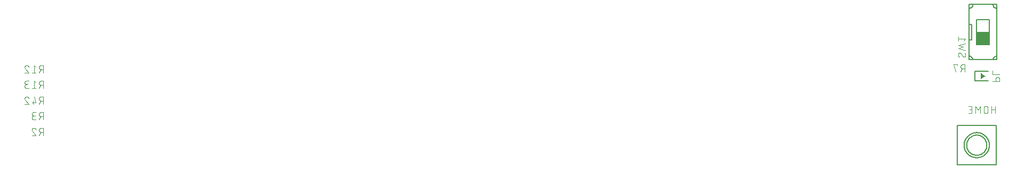
<source format=gbr>
G04 EAGLE Gerber RS-274X export*
G75*
%MOMM*%
%FSLAX34Y34*%
%LPD*%
%INSilkscreen Bottom*%
%IPPOS*%
%AMOC8*
5,1,8,0,0,1.08239X$1,22.5*%
G01*
%ADD10C,0.101600*%
%ADD11C,0.127000*%

G36*
X1630065Y229377D02*
X1630065Y229377D01*
X1630131Y229379D01*
X1630174Y229397D01*
X1630221Y229405D01*
X1630278Y229439D01*
X1630338Y229464D01*
X1630373Y229495D01*
X1630414Y229520D01*
X1630456Y229571D01*
X1630504Y229615D01*
X1630526Y229657D01*
X1630555Y229694D01*
X1630576Y229756D01*
X1630607Y229815D01*
X1630615Y229869D01*
X1630627Y229906D01*
X1630626Y229946D01*
X1630634Y230000D01*
X1630634Y250000D01*
X1630623Y250065D01*
X1630621Y250131D01*
X1630603Y250174D01*
X1630595Y250221D01*
X1630561Y250278D01*
X1630536Y250338D01*
X1630505Y250373D01*
X1630480Y250414D01*
X1630429Y250456D01*
X1630385Y250504D01*
X1630343Y250526D01*
X1630306Y250555D01*
X1630244Y250576D01*
X1630185Y250607D01*
X1630131Y250615D01*
X1630094Y250627D01*
X1630054Y250626D01*
X1630000Y250634D01*
X1610000Y250634D01*
X1609935Y250623D01*
X1609869Y250621D01*
X1609826Y250603D01*
X1609779Y250595D01*
X1609722Y250561D01*
X1609662Y250536D01*
X1609627Y250505D01*
X1609586Y250480D01*
X1609545Y250429D01*
X1609496Y250385D01*
X1609474Y250343D01*
X1609445Y250306D01*
X1609424Y250244D01*
X1609393Y250185D01*
X1609385Y250131D01*
X1609373Y250094D01*
X1609374Y250054D01*
X1609366Y250000D01*
X1609366Y230000D01*
X1609377Y229935D01*
X1609379Y229869D01*
X1609397Y229826D01*
X1609405Y229779D01*
X1609439Y229722D01*
X1609464Y229662D01*
X1609495Y229627D01*
X1609520Y229586D01*
X1609571Y229545D01*
X1609615Y229496D01*
X1609657Y229474D01*
X1609694Y229445D01*
X1609756Y229424D01*
X1609815Y229393D01*
X1609869Y229385D01*
X1609906Y229373D01*
X1609946Y229374D01*
X1610000Y229366D01*
X1630000Y229366D01*
X1630065Y229377D01*
G37*
G36*
X1617045Y175377D02*
X1617045Y175377D01*
X1617131Y175379D01*
X1617155Y175389D01*
X1617182Y175392D01*
X1617302Y175449D01*
X1617338Y175464D01*
X1617344Y175469D01*
X1617352Y175472D01*
X1623352Y179472D01*
X1623408Y179526D01*
X1623470Y179574D01*
X1623488Y179604D01*
X1623514Y179628D01*
X1623547Y179698D01*
X1623589Y179764D01*
X1623596Y179799D01*
X1623611Y179830D01*
X1623618Y179907D01*
X1623634Y179984D01*
X1623629Y180019D01*
X1623632Y180053D01*
X1623612Y180129D01*
X1623600Y180206D01*
X1623583Y180236D01*
X1623574Y180270D01*
X1623529Y180334D01*
X1623491Y180402D01*
X1623461Y180428D01*
X1623444Y180453D01*
X1623405Y180479D01*
X1623352Y180528D01*
X1617352Y184528D01*
X1617327Y184538D01*
X1617306Y184555D01*
X1617225Y184583D01*
X1617146Y184617D01*
X1617119Y184619D01*
X1617094Y184627D01*
X1617008Y184625D01*
X1616922Y184629D01*
X1616896Y184621D01*
X1616869Y184621D01*
X1616790Y184588D01*
X1616708Y184563D01*
X1616686Y184546D01*
X1616662Y184536D01*
X1616598Y184478D01*
X1616530Y184426D01*
X1616516Y184403D01*
X1616496Y184385D01*
X1616457Y184308D01*
X1616411Y184236D01*
X1616406Y184209D01*
X1616393Y184185D01*
X1616374Y184055D01*
X1616366Y184016D01*
X1616367Y184009D01*
X1616366Y184000D01*
X1616366Y176000D01*
X1616371Y175974D01*
X1616368Y175947D01*
X1616390Y175864D01*
X1616405Y175779D01*
X1616419Y175756D01*
X1616426Y175730D01*
X1616476Y175660D01*
X1616520Y175586D01*
X1616540Y175569D01*
X1616556Y175547D01*
X1616627Y175499D01*
X1616694Y175445D01*
X1616719Y175436D01*
X1616741Y175421D01*
X1616825Y175400D01*
X1616906Y175373D01*
X1616933Y175374D01*
X1616959Y175367D01*
X1617045Y175377D01*
G37*
D10*
X129492Y135508D02*
X129492Y147192D01*
X126246Y147192D01*
X126133Y147190D01*
X126020Y147184D01*
X125907Y147174D01*
X125794Y147160D01*
X125682Y147143D01*
X125571Y147121D01*
X125461Y147096D01*
X125351Y147066D01*
X125243Y147033D01*
X125136Y146996D01*
X125030Y146956D01*
X124926Y146911D01*
X124823Y146863D01*
X124722Y146812D01*
X124623Y146757D01*
X124526Y146699D01*
X124431Y146637D01*
X124338Y146572D01*
X124248Y146504D01*
X124160Y146433D01*
X124074Y146358D01*
X123991Y146281D01*
X123911Y146201D01*
X123834Y146118D01*
X123759Y146032D01*
X123688Y145944D01*
X123620Y145854D01*
X123555Y145761D01*
X123493Y145666D01*
X123435Y145569D01*
X123380Y145470D01*
X123329Y145369D01*
X123281Y145266D01*
X123236Y145162D01*
X123196Y145056D01*
X123159Y144949D01*
X123126Y144841D01*
X123096Y144731D01*
X123071Y144621D01*
X123049Y144510D01*
X123032Y144398D01*
X123018Y144285D01*
X123008Y144172D01*
X123002Y144059D01*
X123000Y143946D01*
X123002Y143833D01*
X123008Y143720D01*
X123018Y143607D01*
X123032Y143494D01*
X123049Y143382D01*
X123071Y143271D01*
X123096Y143161D01*
X123126Y143051D01*
X123159Y142943D01*
X123196Y142836D01*
X123236Y142730D01*
X123281Y142626D01*
X123329Y142523D01*
X123380Y142422D01*
X123435Y142323D01*
X123493Y142226D01*
X123555Y142131D01*
X123620Y142038D01*
X123688Y141948D01*
X123759Y141860D01*
X123834Y141774D01*
X123911Y141691D01*
X123991Y141611D01*
X124074Y141534D01*
X124160Y141459D01*
X124248Y141388D01*
X124338Y141320D01*
X124431Y141255D01*
X124526Y141193D01*
X124623Y141135D01*
X124722Y141080D01*
X124823Y141029D01*
X124926Y140981D01*
X125030Y140936D01*
X125136Y140896D01*
X125243Y140859D01*
X125351Y140826D01*
X125461Y140796D01*
X125571Y140771D01*
X125682Y140749D01*
X125794Y140732D01*
X125907Y140718D01*
X126020Y140708D01*
X126133Y140702D01*
X126246Y140700D01*
X126246Y140701D02*
X129492Y140701D01*
X125597Y140701D02*
X123001Y135508D01*
X118136Y138104D02*
X115539Y147192D01*
X118136Y138104D02*
X111645Y138104D01*
X113592Y140701D02*
X113592Y135508D01*
X103136Y147192D02*
X103029Y147190D01*
X102923Y147184D01*
X102817Y147174D01*
X102711Y147161D01*
X102605Y147143D01*
X102501Y147122D01*
X102397Y147097D01*
X102294Y147068D01*
X102193Y147036D01*
X102093Y146999D01*
X101994Y146959D01*
X101896Y146916D01*
X101800Y146869D01*
X101706Y146818D01*
X101614Y146764D01*
X101524Y146707D01*
X101436Y146647D01*
X101351Y146583D01*
X101268Y146516D01*
X101187Y146446D01*
X101109Y146374D01*
X101033Y146298D01*
X100961Y146220D01*
X100891Y146139D01*
X100824Y146056D01*
X100760Y145971D01*
X100700Y145883D01*
X100643Y145793D01*
X100589Y145701D01*
X100538Y145607D01*
X100491Y145511D01*
X100448Y145413D01*
X100408Y145314D01*
X100371Y145214D01*
X100339Y145113D01*
X100310Y145010D01*
X100285Y144906D01*
X100264Y144802D01*
X100246Y144696D01*
X100233Y144590D01*
X100223Y144484D01*
X100217Y144378D01*
X100215Y144271D01*
X103136Y147192D02*
X103257Y147190D01*
X103378Y147184D01*
X103498Y147174D01*
X103619Y147161D01*
X103738Y147143D01*
X103858Y147122D01*
X103976Y147097D01*
X104093Y147068D01*
X104210Y147035D01*
X104325Y146999D01*
X104439Y146958D01*
X104552Y146915D01*
X104664Y146867D01*
X104773Y146816D01*
X104881Y146761D01*
X104988Y146703D01*
X105092Y146642D01*
X105194Y146577D01*
X105294Y146509D01*
X105392Y146438D01*
X105488Y146364D01*
X105581Y146287D01*
X105671Y146206D01*
X105759Y146123D01*
X105844Y146037D01*
X105927Y145948D01*
X106006Y145857D01*
X106083Y145763D01*
X106156Y145667D01*
X106226Y145569D01*
X106293Y145468D01*
X106357Y145365D01*
X106418Y145260D01*
X106475Y145153D01*
X106528Y145045D01*
X106578Y144935D01*
X106624Y144823D01*
X106667Y144710D01*
X106706Y144595D01*
X101189Y141999D02*
X101110Y142077D01*
X101034Y142157D01*
X100961Y142240D01*
X100891Y142326D01*
X100824Y142413D01*
X100760Y142504D01*
X100700Y142596D01*
X100642Y142690D01*
X100588Y142787D01*
X100538Y142885D01*
X100491Y142985D01*
X100447Y143086D01*
X100407Y143189D01*
X100371Y143294D01*
X100339Y143399D01*
X100310Y143506D01*
X100285Y143613D01*
X100263Y143722D01*
X100246Y143831D01*
X100232Y143940D01*
X100223Y144050D01*
X100217Y144161D01*
X100215Y144271D01*
X101188Y141999D02*
X106706Y135508D01*
X100215Y135508D01*
X129492Y97192D02*
X129492Y85508D01*
X129492Y97192D02*
X126246Y97192D01*
X126133Y97190D01*
X126020Y97184D01*
X125907Y97174D01*
X125794Y97160D01*
X125682Y97143D01*
X125571Y97121D01*
X125461Y97096D01*
X125351Y97066D01*
X125243Y97033D01*
X125136Y96996D01*
X125030Y96956D01*
X124926Y96911D01*
X124823Y96863D01*
X124722Y96812D01*
X124623Y96757D01*
X124526Y96699D01*
X124431Y96637D01*
X124338Y96572D01*
X124248Y96504D01*
X124160Y96433D01*
X124074Y96358D01*
X123991Y96281D01*
X123911Y96201D01*
X123834Y96118D01*
X123759Y96032D01*
X123688Y95944D01*
X123620Y95854D01*
X123555Y95761D01*
X123493Y95666D01*
X123435Y95569D01*
X123380Y95470D01*
X123329Y95369D01*
X123281Y95266D01*
X123236Y95162D01*
X123196Y95056D01*
X123159Y94949D01*
X123126Y94841D01*
X123096Y94731D01*
X123071Y94621D01*
X123049Y94510D01*
X123032Y94398D01*
X123018Y94285D01*
X123008Y94172D01*
X123002Y94059D01*
X123000Y93946D01*
X123002Y93833D01*
X123008Y93720D01*
X123018Y93607D01*
X123032Y93494D01*
X123049Y93382D01*
X123071Y93271D01*
X123096Y93161D01*
X123126Y93051D01*
X123159Y92943D01*
X123196Y92836D01*
X123236Y92730D01*
X123281Y92626D01*
X123329Y92523D01*
X123380Y92422D01*
X123435Y92323D01*
X123493Y92226D01*
X123555Y92131D01*
X123620Y92038D01*
X123688Y91948D01*
X123759Y91860D01*
X123834Y91774D01*
X123911Y91691D01*
X123991Y91611D01*
X124074Y91534D01*
X124160Y91459D01*
X124248Y91388D01*
X124338Y91320D01*
X124431Y91255D01*
X124526Y91193D01*
X124623Y91135D01*
X124722Y91080D01*
X124823Y91029D01*
X124926Y90981D01*
X125030Y90936D01*
X125136Y90896D01*
X125243Y90859D01*
X125351Y90826D01*
X125461Y90796D01*
X125571Y90771D01*
X125682Y90749D01*
X125794Y90732D01*
X125907Y90718D01*
X126020Y90708D01*
X126133Y90702D01*
X126246Y90700D01*
X126246Y90701D02*
X129492Y90701D01*
X125597Y90701D02*
X123001Y85508D01*
X111645Y94271D02*
X111647Y94378D01*
X111653Y94484D01*
X111663Y94590D01*
X111676Y94696D01*
X111694Y94802D01*
X111715Y94906D01*
X111740Y95010D01*
X111769Y95113D01*
X111801Y95214D01*
X111838Y95314D01*
X111878Y95413D01*
X111921Y95511D01*
X111968Y95607D01*
X112019Y95701D01*
X112073Y95793D01*
X112130Y95883D01*
X112190Y95971D01*
X112254Y96056D01*
X112321Y96139D01*
X112391Y96220D01*
X112463Y96298D01*
X112539Y96374D01*
X112617Y96446D01*
X112698Y96516D01*
X112781Y96583D01*
X112866Y96647D01*
X112954Y96707D01*
X113044Y96764D01*
X113136Y96818D01*
X113230Y96869D01*
X113326Y96916D01*
X113424Y96959D01*
X113523Y96999D01*
X113623Y97036D01*
X113724Y97068D01*
X113827Y97097D01*
X113931Y97122D01*
X114035Y97143D01*
X114141Y97161D01*
X114247Y97174D01*
X114353Y97184D01*
X114459Y97190D01*
X114566Y97192D01*
X114687Y97190D01*
X114808Y97184D01*
X114928Y97174D01*
X115049Y97161D01*
X115168Y97143D01*
X115288Y97122D01*
X115406Y97097D01*
X115523Y97068D01*
X115640Y97035D01*
X115755Y96999D01*
X115869Y96958D01*
X115982Y96915D01*
X116094Y96867D01*
X116203Y96816D01*
X116311Y96761D01*
X116418Y96703D01*
X116522Y96642D01*
X116624Y96577D01*
X116724Y96509D01*
X116822Y96438D01*
X116918Y96364D01*
X117011Y96287D01*
X117101Y96206D01*
X117189Y96123D01*
X117274Y96037D01*
X117357Y95948D01*
X117436Y95857D01*
X117513Y95763D01*
X117586Y95667D01*
X117656Y95569D01*
X117723Y95468D01*
X117787Y95365D01*
X117848Y95260D01*
X117905Y95153D01*
X117958Y95045D01*
X118008Y94935D01*
X118054Y94823D01*
X118097Y94710D01*
X118136Y94595D01*
X112619Y91999D02*
X112540Y92077D01*
X112464Y92157D01*
X112391Y92240D01*
X112321Y92326D01*
X112254Y92413D01*
X112190Y92504D01*
X112130Y92596D01*
X112072Y92690D01*
X112018Y92787D01*
X111968Y92885D01*
X111921Y92985D01*
X111877Y93086D01*
X111837Y93189D01*
X111801Y93294D01*
X111769Y93399D01*
X111740Y93506D01*
X111715Y93613D01*
X111693Y93722D01*
X111676Y93831D01*
X111662Y93940D01*
X111653Y94050D01*
X111647Y94161D01*
X111645Y94271D01*
X112618Y91999D02*
X118136Y85508D01*
X111645Y85508D01*
X129492Y110508D02*
X129492Y122192D01*
X126246Y122192D01*
X126133Y122190D01*
X126020Y122184D01*
X125907Y122174D01*
X125794Y122160D01*
X125682Y122143D01*
X125571Y122121D01*
X125461Y122096D01*
X125351Y122066D01*
X125243Y122033D01*
X125136Y121996D01*
X125030Y121956D01*
X124926Y121911D01*
X124823Y121863D01*
X124722Y121812D01*
X124623Y121757D01*
X124526Y121699D01*
X124431Y121637D01*
X124338Y121572D01*
X124248Y121504D01*
X124160Y121433D01*
X124074Y121358D01*
X123991Y121281D01*
X123911Y121201D01*
X123834Y121118D01*
X123759Y121032D01*
X123688Y120944D01*
X123620Y120854D01*
X123555Y120761D01*
X123493Y120666D01*
X123435Y120569D01*
X123380Y120470D01*
X123329Y120369D01*
X123281Y120266D01*
X123236Y120162D01*
X123196Y120056D01*
X123159Y119949D01*
X123126Y119841D01*
X123096Y119731D01*
X123071Y119621D01*
X123049Y119510D01*
X123032Y119398D01*
X123018Y119285D01*
X123008Y119172D01*
X123002Y119059D01*
X123000Y118946D01*
X123002Y118833D01*
X123008Y118720D01*
X123018Y118607D01*
X123032Y118494D01*
X123049Y118382D01*
X123071Y118271D01*
X123096Y118161D01*
X123126Y118051D01*
X123159Y117943D01*
X123196Y117836D01*
X123236Y117730D01*
X123281Y117626D01*
X123329Y117523D01*
X123380Y117422D01*
X123435Y117323D01*
X123493Y117226D01*
X123555Y117131D01*
X123620Y117038D01*
X123688Y116948D01*
X123759Y116860D01*
X123834Y116774D01*
X123911Y116691D01*
X123991Y116611D01*
X124074Y116534D01*
X124160Y116459D01*
X124248Y116388D01*
X124338Y116320D01*
X124431Y116255D01*
X124526Y116193D01*
X124623Y116135D01*
X124722Y116080D01*
X124823Y116029D01*
X124926Y115981D01*
X125030Y115936D01*
X125136Y115896D01*
X125243Y115859D01*
X125351Y115826D01*
X125461Y115796D01*
X125571Y115771D01*
X125682Y115749D01*
X125794Y115732D01*
X125907Y115718D01*
X126020Y115708D01*
X126133Y115702D01*
X126246Y115700D01*
X126246Y115701D02*
X129492Y115701D01*
X125597Y115701D02*
X123001Y110508D01*
X118136Y110508D02*
X114890Y110508D01*
X114777Y110510D01*
X114664Y110516D01*
X114551Y110526D01*
X114438Y110540D01*
X114326Y110557D01*
X114215Y110579D01*
X114105Y110604D01*
X113995Y110634D01*
X113887Y110667D01*
X113780Y110704D01*
X113674Y110744D01*
X113570Y110789D01*
X113467Y110837D01*
X113366Y110888D01*
X113267Y110943D01*
X113170Y111001D01*
X113075Y111063D01*
X112982Y111128D01*
X112892Y111196D01*
X112804Y111267D01*
X112718Y111342D01*
X112635Y111419D01*
X112555Y111499D01*
X112478Y111582D01*
X112403Y111668D01*
X112332Y111756D01*
X112264Y111846D01*
X112199Y111939D01*
X112137Y112034D01*
X112079Y112131D01*
X112024Y112230D01*
X111973Y112331D01*
X111925Y112434D01*
X111880Y112538D01*
X111840Y112644D01*
X111803Y112751D01*
X111770Y112859D01*
X111740Y112969D01*
X111715Y113079D01*
X111693Y113190D01*
X111676Y113302D01*
X111662Y113415D01*
X111652Y113528D01*
X111646Y113641D01*
X111644Y113754D01*
X111646Y113867D01*
X111652Y113980D01*
X111662Y114093D01*
X111676Y114206D01*
X111693Y114318D01*
X111715Y114429D01*
X111740Y114539D01*
X111770Y114649D01*
X111803Y114757D01*
X111840Y114864D01*
X111880Y114970D01*
X111925Y115074D01*
X111973Y115177D01*
X112024Y115278D01*
X112079Y115377D01*
X112137Y115474D01*
X112199Y115569D01*
X112264Y115662D01*
X112332Y115752D01*
X112403Y115840D01*
X112478Y115926D01*
X112555Y116009D01*
X112635Y116089D01*
X112718Y116166D01*
X112804Y116241D01*
X112892Y116312D01*
X112982Y116380D01*
X113075Y116445D01*
X113170Y116507D01*
X113267Y116565D01*
X113366Y116620D01*
X113467Y116671D01*
X113570Y116719D01*
X113674Y116764D01*
X113780Y116804D01*
X113887Y116841D01*
X113995Y116874D01*
X114105Y116904D01*
X114215Y116929D01*
X114326Y116951D01*
X114438Y116968D01*
X114551Y116982D01*
X114664Y116992D01*
X114777Y116998D01*
X114890Y117000D01*
X114241Y122192D02*
X118136Y122192D01*
X114241Y122192D02*
X114140Y122190D01*
X114040Y122184D01*
X113940Y122174D01*
X113840Y122161D01*
X113741Y122143D01*
X113642Y122122D01*
X113545Y122097D01*
X113448Y122068D01*
X113353Y122035D01*
X113259Y121999D01*
X113167Y121959D01*
X113076Y121916D01*
X112987Y121869D01*
X112900Y121819D01*
X112814Y121765D01*
X112731Y121708D01*
X112651Y121648D01*
X112572Y121585D01*
X112496Y121518D01*
X112423Y121449D01*
X112353Y121377D01*
X112285Y121303D01*
X112220Y121226D01*
X112159Y121146D01*
X112100Y121064D01*
X112045Y120980D01*
X111993Y120894D01*
X111944Y120806D01*
X111899Y120716D01*
X111857Y120624D01*
X111819Y120531D01*
X111785Y120436D01*
X111754Y120341D01*
X111727Y120244D01*
X111704Y120146D01*
X111684Y120047D01*
X111669Y119947D01*
X111657Y119847D01*
X111649Y119747D01*
X111645Y119646D01*
X111645Y119546D01*
X111649Y119445D01*
X111657Y119345D01*
X111669Y119245D01*
X111684Y119145D01*
X111704Y119046D01*
X111727Y118948D01*
X111754Y118851D01*
X111785Y118756D01*
X111819Y118661D01*
X111857Y118568D01*
X111899Y118476D01*
X111944Y118386D01*
X111993Y118298D01*
X112045Y118212D01*
X112100Y118128D01*
X112159Y118046D01*
X112220Y117966D01*
X112285Y117889D01*
X112353Y117815D01*
X112423Y117743D01*
X112496Y117674D01*
X112572Y117607D01*
X112651Y117544D01*
X112731Y117484D01*
X112814Y117427D01*
X112900Y117373D01*
X112987Y117323D01*
X113076Y117276D01*
X113167Y117233D01*
X113259Y117193D01*
X113353Y117157D01*
X113448Y117124D01*
X113545Y117095D01*
X113642Y117070D01*
X113741Y117049D01*
X113840Y117031D01*
X113940Y117018D01*
X114040Y117008D01*
X114140Y117002D01*
X114241Y117000D01*
X114241Y116999D02*
X116837Y116999D01*
D11*
X1642000Y206000D02*
X1642000Y212000D01*
X1642000Y288000D01*
X1642000Y294000D01*
X1636000Y294000D01*
X1604000Y294000D01*
X1598000Y294000D01*
X1598000Y288000D01*
X1598000Y262000D01*
X1598000Y238000D01*
X1598000Y212000D01*
X1598000Y206000D01*
X1604000Y206000D01*
X1636000Y206000D01*
X1642000Y206000D01*
X1602000Y238000D02*
X1598000Y238000D01*
X1602000Y238000D02*
X1602000Y262000D01*
X1598000Y262000D01*
X1598000Y212000D02*
X1598152Y211998D01*
X1598304Y211992D01*
X1598456Y211983D01*
X1598607Y211969D01*
X1598758Y211952D01*
X1598909Y211931D01*
X1599059Y211906D01*
X1599208Y211877D01*
X1599356Y211845D01*
X1599504Y211808D01*
X1599651Y211769D01*
X1599796Y211725D01*
X1599941Y211677D01*
X1600084Y211627D01*
X1600226Y211572D01*
X1600366Y211514D01*
X1600505Y211452D01*
X1600642Y211387D01*
X1600778Y211318D01*
X1600912Y211246D01*
X1601044Y211171D01*
X1601174Y211092D01*
X1601302Y211010D01*
X1601428Y210925D01*
X1601551Y210836D01*
X1601673Y210745D01*
X1601792Y210650D01*
X1601908Y210553D01*
X1602022Y210452D01*
X1602134Y210349D01*
X1602243Y210243D01*
X1602349Y210134D01*
X1602452Y210022D01*
X1602553Y209908D01*
X1602650Y209792D01*
X1602745Y209673D01*
X1602836Y209551D01*
X1602925Y209428D01*
X1603010Y209302D01*
X1603092Y209174D01*
X1603171Y209044D01*
X1603246Y208912D01*
X1603318Y208778D01*
X1603387Y208642D01*
X1603452Y208505D01*
X1603514Y208366D01*
X1603572Y208226D01*
X1603627Y208084D01*
X1603677Y207941D01*
X1603725Y207796D01*
X1603769Y207651D01*
X1603808Y207504D01*
X1603845Y207356D01*
X1603877Y207208D01*
X1603906Y207059D01*
X1603931Y206909D01*
X1603952Y206758D01*
X1603969Y206607D01*
X1603983Y206456D01*
X1603992Y206304D01*
X1603998Y206152D01*
X1604000Y206000D01*
X1636000Y206000D02*
X1636002Y206152D01*
X1636008Y206304D01*
X1636017Y206456D01*
X1636031Y206607D01*
X1636048Y206758D01*
X1636069Y206909D01*
X1636094Y207059D01*
X1636123Y207208D01*
X1636155Y207356D01*
X1636192Y207504D01*
X1636231Y207651D01*
X1636275Y207796D01*
X1636323Y207941D01*
X1636373Y208084D01*
X1636428Y208226D01*
X1636486Y208366D01*
X1636548Y208505D01*
X1636613Y208642D01*
X1636682Y208778D01*
X1636754Y208912D01*
X1636829Y209044D01*
X1636908Y209174D01*
X1636990Y209302D01*
X1637075Y209428D01*
X1637164Y209551D01*
X1637255Y209673D01*
X1637350Y209792D01*
X1637447Y209908D01*
X1637548Y210022D01*
X1637651Y210134D01*
X1637757Y210243D01*
X1637866Y210349D01*
X1637978Y210452D01*
X1638092Y210553D01*
X1638208Y210650D01*
X1638327Y210745D01*
X1638449Y210836D01*
X1638572Y210925D01*
X1638698Y211010D01*
X1638826Y211092D01*
X1638956Y211171D01*
X1639088Y211246D01*
X1639222Y211318D01*
X1639358Y211387D01*
X1639495Y211452D01*
X1639634Y211514D01*
X1639774Y211572D01*
X1639916Y211627D01*
X1640059Y211677D01*
X1640204Y211725D01*
X1640349Y211769D01*
X1640496Y211808D01*
X1640644Y211845D01*
X1640792Y211877D01*
X1640941Y211906D01*
X1641091Y211931D01*
X1641242Y211952D01*
X1641393Y211969D01*
X1641544Y211983D01*
X1641696Y211992D01*
X1641848Y211998D01*
X1642000Y212000D01*
X1598000Y288000D02*
X1598152Y288002D01*
X1598304Y288008D01*
X1598456Y288017D01*
X1598607Y288031D01*
X1598758Y288048D01*
X1598909Y288069D01*
X1599059Y288094D01*
X1599208Y288123D01*
X1599356Y288155D01*
X1599504Y288192D01*
X1599651Y288231D01*
X1599796Y288275D01*
X1599941Y288323D01*
X1600084Y288373D01*
X1600226Y288428D01*
X1600366Y288486D01*
X1600505Y288548D01*
X1600642Y288613D01*
X1600778Y288682D01*
X1600912Y288754D01*
X1601044Y288829D01*
X1601174Y288908D01*
X1601302Y288990D01*
X1601428Y289075D01*
X1601551Y289164D01*
X1601673Y289255D01*
X1601792Y289350D01*
X1601908Y289447D01*
X1602022Y289548D01*
X1602134Y289651D01*
X1602243Y289757D01*
X1602349Y289866D01*
X1602452Y289978D01*
X1602553Y290092D01*
X1602650Y290208D01*
X1602745Y290327D01*
X1602836Y290449D01*
X1602925Y290572D01*
X1603010Y290698D01*
X1603092Y290826D01*
X1603171Y290956D01*
X1603246Y291088D01*
X1603318Y291222D01*
X1603387Y291358D01*
X1603452Y291495D01*
X1603514Y291634D01*
X1603572Y291774D01*
X1603627Y291916D01*
X1603677Y292059D01*
X1603725Y292204D01*
X1603769Y292349D01*
X1603808Y292496D01*
X1603845Y292644D01*
X1603877Y292792D01*
X1603906Y292941D01*
X1603931Y293091D01*
X1603952Y293242D01*
X1603969Y293393D01*
X1603983Y293544D01*
X1603992Y293696D01*
X1603998Y293848D01*
X1604000Y294000D01*
X1636000Y294000D02*
X1636002Y293848D01*
X1636008Y293696D01*
X1636017Y293544D01*
X1636031Y293393D01*
X1636048Y293242D01*
X1636069Y293091D01*
X1636094Y292941D01*
X1636123Y292792D01*
X1636155Y292644D01*
X1636192Y292496D01*
X1636231Y292349D01*
X1636275Y292204D01*
X1636323Y292059D01*
X1636373Y291916D01*
X1636428Y291774D01*
X1636486Y291634D01*
X1636548Y291495D01*
X1636613Y291358D01*
X1636682Y291222D01*
X1636754Y291088D01*
X1636829Y290956D01*
X1636908Y290826D01*
X1636990Y290698D01*
X1637075Y290572D01*
X1637164Y290449D01*
X1637255Y290327D01*
X1637350Y290208D01*
X1637447Y290092D01*
X1637548Y289978D01*
X1637651Y289866D01*
X1637757Y289757D01*
X1637866Y289651D01*
X1637978Y289548D01*
X1638092Y289447D01*
X1638208Y289350D01*
X1638327Y289255D01*
X1638449Y289164D01*
X1638572Y289075D01*
X1638698Y288990D01*
X1638826Y288908D01*
X1638956Y288829D01*
X1639088Y288754D01*
X1639222Y288682D01*
X1639358Y288613D01*
X1639495Y288548D01*
X1639634Y288486D01*
X1639774Y288428D01*
X1639916Y288373D01*
X1640059Y288323D01*
X1640204Y288275D01*
X1640349Y288231D01*
X1640496Y288192D01*
X1640644Y288155D01*
X1640792Y288123D01*
X1640941Y288094D01*
X1641091Y288069D01*
X1641242Y288048D01*
X1641393Y288031D01*
X1641544Y288017D01*
X1641696Y288008D01*
X1641848Y288002D01*
X1642000Y288000D01*
X1630000Y230000D02*
X1610000Y230000D01*
X1610000Y270000D01*
X1630000Y270000D01*
X1630000Y230000D01*
D10*
X1583104Y216999D02*
X1583005Y216997D01*
X1582905Y216991D01*
X1582806Y216982D01*
X1582708Y216969D01*
X1582610Y216952D01*
X1582512Y216931D01*
X1582416Y216906D01*
X1582321Y216878D01*
X1582227Y216846D01*
X1582134Y216811D01*
X1582042Y216772D01*
X1581952Y216729D01*
X1581864Y216684D01*
X1581777Y216634D01*
X1581693Y216582D01*
X1581610Y216526D01*
X1581530Y216468D01*
X1581452Y216406D01*
X1581377Y216341D01*
X1581304Y216273D01*
X1581234Y216203D01*
X1581166Y216130D01*
X1581101Y216055D01*
X1581039Y215977D01*
X1580981Y215897D01*
X1580925Y215814D01*
X1580873Y215730D01*
X1580823Y215643D01*
X1580778Y215555D01*
X1580735Y215465D01*
X1580696Y215373D01*
X1580661Y215280D01*
X1580629Y215186D01*
X1580601Y215091D01*
X1580576Y214995D01*
X1580555Y214897D01*
X1580538Y214799D01*
X1580525Y214701D01*
X1580516Y214602D01*
X1580510Y214502D01*
X1580508Y214403D01*
X1580510Y214259D01*
X1580516Y214114D01*
X1580525Y213970D01*
X1580538Y213827D01*
X1580555Y213683D01*
X1580576Y213540D01*
X1580601Y213398D01*
X1580629Y213257D01*
X1580661Y213116D01*
X1580697Y212976D01*
X1580736Y212837D01*
X1580779Y212699D01*
X1580826Y212563D01*
X1580876Y212427D01*
X1580930Y212293D01*
X1580987Y212161D01*
X1581048Y212030D01*
X1581112Y211901D01*
X1581180Y211773D01*
X1581250Y211647D01*
X1581325Y211523D01*
X1581402Y211402D01*
X1581483Y211282D01*
X1581566Y211164D01*
X1581653Y211049D01*
X1581743Y210936D01*
X1581836Y210825D01*
X1581931Y210717D01*
X1582030Y210611D01*
X1582131Y210508D01*
X1589596Y210833D02*
X1589695Y210835D01*
X1589795Y210841D01*
X1589894Y210850D01*
X1589992Y210863D01*
X1590090Y210880D01*
X1590188Y210901D01*
X1590284Y210926D01*
X1590379Y210954D01*
X1590473Y210986D01*
X1590566Y211021D01*
X1590658Y211060D01*
X1590748Y211103D01*
X1590836Y211148D01*
X1590923Y211198D01*
X1591007Y211250D01*
X1591090Y211306D01*
X1591170Y211364D01*
X1591248Y211426D01*
X1591323Y211491D01*
X1591396Y211559D01*
X1591466Y211629D01*
X1591534Y211702D01*
X1591599Y211777D01*
X1591661Y211855D01*
X1591719Y211935D01*
X1591775Y212018D01*
X1591827Y212102D01*
X1591877Y212189D01*
X1591922Y212277D01*
X1591965Y212367D01*
X1592004Y212459D01*
X1592039Y212552D01*
X1592071Y212646D01*
X1592099Y212741D01*
X1592124Y212838D01*
X1592145Y212935D01*
X1592162Y213033D01*
X1592175Y213131D01*
X1592184Y213230D01*
X1592190Y213330D01*
X1592192Y213429D01*
X1592190Y213565D01*
X1592184Y213701D01*
X1592175Y213837D01*
X1592162Y213973D01*
X1592144Y214108D01*
X1592124Y214242D01*
X1592099Y214376D01*
X1592071Y214510D01*
X1592038Y214642D01*
X1592003Y214773D01*
X1591963Y214904D01*
X1591920Y215033D01*
X1591874Y215161D01*
X1591823Y215287D01*
X1591770Y215413D01*
X1591712Y215536D01*
X1591652Y215658D01*
X1591588Y215778D01*
X1591520Y215897D01*
X1591450Y216013D01*
X1591376Y216127D01*
X1591299Y216240D01*
X1591218Y216350D01*
X1587324Y212131D02*
X1587377Y212045D01*
X1587434Y211961D01*
X1587493Y211879D01*
X1587556Y211799D01*
X1587622Y211722D01*
X1587690Y211647D01*
X1587762Y211575D01*
X1587836Y211506D01*
X1587913Y211440D01*
X1587992Y211377D01*
X1588074Y211317D01*
X1588158Y211260D01*
X1588244Y211206D01*
X1588332Y211156D01*
X1588422Y211109D01*
X1588513Y211065D01*
X1588607Y211026D01*
X1588701Y210989D01*
X1588797Y210957D01*
X1588895Y210928D01*
X1588993Y210903D01*
X1589092Y210882D01*
X1589192Y210864D01*
X1589292Y210851D01*
X1589393Y210841D01*
X1589495Y210835D01*
X1589596Y210833D01*
X1585376Y215701D02*
X1585323Y215787D01*
X1585266Y215871D01*
X1585207Y215953D01*
X1585144Y216033D01*
X1585078Y216110D01*
X1585010Y216185D01*
X1584938Y216257D01*
X1584864Y216326D01*
X1584787Y216392D01*
X1584708Y216455D01*
X1584626Y216515D01*
X1584542Y216572D01*
X1584456Y216626D01*
X1584368Y216676D01*
X1584278Y216723D01*
X1584187Y216767D01*
X1584093Y216806D01*
X1583999Y216843D01*
X1583903Y216875D01*
X1583805Y216904D01*
X1583707Y216929D01*
X1583608Y216950D01*
X1583508Y216968D01*
X1583408Y216981D01*
X1583307Y216991D01*
X1583205Y216997D01*
X1583104Y216999D01*
X1585376Y215701D02*
X1587324Y212131D01*
X1592192Y221134D02*
X1580508Y223730D01*
X1588297Y226327D01*
X1580508Y228923D01*
X1592192Y231519D01*
X1589596Y236035D02*
X1592192Y239281D01*
X1580508Y239281D01*
X1580508Y242526D02*
X1580508Y236035D01*
D11*
X1606901Y172301D02*
X1628000Y172301D01*
X1606901Y172301D02*
X1606901Y187699D01*
X1628000Y187699D01*
D10*
X1634557Y171762D02*
X1646241Y171762D01*
X1646241Y175008D01*
X1646239Y175121D01*
X1646233Y175234D01*
X1646223Y175347D01*
X1646209Y175460D01*
X1646192Y175572D01*
X1646170Y175683D01*
X1646145Y175793D01*
X1646115Y175903D01*
X1646082Y176011D01*
X1646045Y176118D01*
X1646005Y176224D01*
X1645960Y176328D01*
X1645912Y176431D01*
X1645861Y176532D01*
X1645806Y176631D01*
X1645748Y176728D01*
X1645686Y176823D01*
X1645621Y176916D01*
X1645553Y177006D01*
X1645482Y177094D01*
X1645407Y177180D01*
X1645330Y177263D01*
X1645250Y177343D01*
X1645167Y177420D01*
X1645081Y177495D01*
X1644993Y177566D01*
X1644903Y177634D01*
X1644810Y177699D01*
X1644715Y177761D01*
X1644618Y177819D01*
X1644519Y177874D01*
X1644418Y177925D01*
X1644315Y177973D01*
X1644211Y178018D01*
X1644105Y178058D01*
X1643998Y178095D01*
X1643890Y178128D01*
X1643780Y178158D01*
X1643670Y178183D01*
X1643559Y178205D01*
X1643447Y178222D01*
X1643334Y178236D01*
X1643221Y178246D01*
X1643108Y178252D01*
X1642995Y178254D01*
X1642882Y178252D01*
X1642769Y178246D01*
X1642656Y178236D01*
X1642543Y178222D01*
X1642431Y178205D01*
X1642320Y178183D01*
X1642210Y178158D01*
X1642100Y178128D01*
X1641992Y178095D01*
X1641885Y178058D01*
X1641779Y178018D01*
X1641675Y177973D01*
X1641572Y177925D01*
X1641471Y177874D01*
X1641372Y177819D01*
X1641275Y177761D01*
X1641180Y177699D01*
X1641087Y177634D01*
X1640997Y177566D01*
X1640909Y177495D01*
X1640823Y177420D01*
X1640740Y177343D01*
X1640660Y177263D01*
X1640583Y177180D01*
X1640508Y177094D01*
X1640437Y177006D01*
X1640369Y176916D01*
X1640304Y176823D01*
X1640242Y176728D01*
X1640184Y176631D01*
X1640129Y176532D01*
X1640078Y176431D01*
X1640030Y176328D01*
X1639985Y176224D01*
X1639945Y176118D01*
X1639908Y176011D01*
X1639875Y175903D01*
X1639845Y175793D01*
X1639820Y175683D01*
X1639798Y175572D01*
X1639781Y175460D01*
X1639767Y175347D01*
X1639757Y175234D01*
X1639751Y175121D01*
X1639749Y175008D01*
X1639750Y175008D02*
X1639750Y171762D01*
X1634557Y183045D02*
X1646241Y183045D01*
X1634557Y183045D02*
X1634557Y188238D01*
X1590842Y186858D02*
X1590842Y198542D01*
X1587596Y198542D01*
X1587483Y198540D01*
X1587370Y198534D01*
X1587257Y198524D01*
X1587144Y198510D01*
X1587032Y198493D01*
X1586921Y198471D01*
X1586811Y198446D01*
X1586701Y198416D01*
X1586593Y198383D01*
X1586486Y198346D01*
X1586380Y198306D01*
X1586276Y198261D01*
X1586173Y198213D01*
X1586072Y198162D01*
X1585973Y198107D01*
X1585876Y198049D01*
X1585781Y197987D01*
X1585688Y197922D01*
X1585598Y197854D01*
X1585510Y197783D01*
X1585424Y197708D01*
X1585341Y197631D01*
X1585261Y197551D01*
X1585184Y197468D01*
X1585109Y197382D01*
X1585038Y197294D01*
X1584970Y197204D01*
X1584905Y197111D01*
X1584843Y197016D01*
X1584785Y196919D01*
X1584730Y196820D01*
X1584679Y196719D01*
X1584631Y196616D01*
X1584586Y196512D01*
X1584546Y196406D01*
X1584509Y196299D01*
X1584476Y196191D01*
X1584446Y196081D01*
X1584421Y195971D01*
X1584399Y195860D01*
X1584382Y195748D01*
X1584368Y195635D01*
X1584358Y195522D01*
X1584352Y195409D01*
X1584350Y195296D01*
X1584352Y195183D01*
X1584358Y195070D01*
X1584368Y194957D01*
X1584382Y194844D01*
X1584399Y194732D01*
X1584421Y194621D01*
X1584446Y194511D01*
X1584476Y194401D01*
X1584509Y194293D01*
X1584546Y194186D01*
X1584586Y194080D01*
X1584631Y193976D01*
X1584679Y193873D01*
X1584730Y193772D01*
X1584785Y193673D01*
X1584843Y193576D01*
X1584905Y193481D01*
X1584970Y193388D01*
X1585038Y193298D01*
X1585109Y193210D01*
X1585184Y193124D01*
X1585261Y193041D01*
X1585341Y192961D01*
X1585424Y192884D01*
X1585510Y192809D01*
X1585598Y192738D01*
X1585688Y192670D01*
X1585781Y192605D01*
X1585876Y192543D01*
X1585973Y192485D01*
X1586072Y192430D01*
X1586173Y192379D01*
X1586276Y192331D01*
X1586380Y192286D01*
X1586486Y192246D01*
X1586593Y192209D01*
X1586701Y192176D01*
X1586811Y192146D01*
X1586921Y192121D01*
X1587032Y192099D01*
X1587144Y192082D01*
X1587257Y192068D01*
X1587370Y192058D01*
X1587483Y192052D01*
X1587596Y192050D01*
X1587596Y192051D02*
X1590842Y192051D01*
X1586947Y192051D02*
X1584351Y186858D01*
X1579486Y197244D02*
X1579486Y198542D01*
X1572995Y198542D01*
X1576240Y186858D01*
D11*
X1641000Y101000D02*
X1641000Y39000D01*
X1579000Y39000D01*
X1579000Y101000D01*
X1641000Y101000D01*
X1590000Y70000D02*
X1590006Y70491D01*
X1590024Y70981D01*
X1590054Y71471D01*
X1590096Y71960D01*
X1590150Y72448D01*
X1590216Y72935D01*
X1590294Y73419D01*
X1590384Y73902D01*
X1590486Y74382D01*
X1590599Y74860D01*
X1590724Y75334D01*
X1590861Y75806D01*
X1591009Y76274D01*
X1591169Y76738D01*
X1591340Y77198D01*
X1591522Y77654D01*
X1591716Y78105D01*
X1591920Y78551D01*
X1592136Y78992D01*
X1592362Y79428D01*
X1592598Y79858D01*
X1592845Y80282D01*
X1593103Y80700D01*
X1593371Y81111D01*
X1593648Y81516D01*
X1593936Y81914D01*
X1594233Y82305D01*
X1594540Y82688D01*
X1594856Y83063D01*
X1595181Y83431D01*
X1595515Y83791D01*
X1595858Y84142D01*
X1596209Y84485D01*
X1596569Y84819D01*
X1596937Y85144D01*
X1597312Y85460D01*
X1597695Y85767D01*
X1598086Y86064D01*
X1598484Y86352D01*
X1598889Y86629D01*
X1599300Y86897D01*
X1599718Y87155D01*
X1600142Y87402D01*
X1600572Y87638D01*
X1601008Y87864D01*
X1601449Y88080D01*
X1601895Y88284D01*
X1602346Y88478D01*
X1602802Y88660D01*
X1603262Y88831D01*
X1603726Y88991D01*
X1604194Y89139D01*
X1604666Y89276D01*
X1605140Y89401D01*
X1605618Y89514D01*
X1606098Y89616D01*
X1606581Y89706D01*
X1607065Y89784D01*
X1607552Y89850D01*
X1608040Y89904D01*
X1608529Y89946D01*
X1609019Y89976D01*
X1609509Y89994D01*
X1610000Y90000D01*
X1610491Y89994D01*
X1610981Y89976D01*
X1611471Y89946D01*
X1611960Y89904D01*
X1612448Y89850D01*
X1612935Y89784D01*
X1613419Y89706D01*
X1613902Y89616D01*
X1614382Y89514D01*
X1614860Y89401D01*
X1615334Y89276D01*
X1615806Y89139D01*
X1616274Y88991D01*
X1616738Y88831D01*
X1617198Y88660D01*
X1617654Y88478D01*
X1618105Y88284D01*
X1618551Y88080D01*
X1618992Y87864D01*
X1619428Y87638D01*
X1619858Y87402D01*
X1620282Y87155D01*
X1620700Y86897D01*
X1621111Y86629D01*
X1621516Y86352D01*
X1621914Y86064D01*
X1622305Y85767D01*
X1622688Y85460D01*
X1623063Y85144D01*
X1623431Y84819D01*
X1623791Y84485D01*
X1624142Y84142D01*
X1624485Y83791D01*
X1624819Y83431D01*
X1625144Y83063D01*
X1625460Y82688D01*
X1625767Y82305D01*
X1626064Y81914D01*
X1626352Y81516D01*
X1626629Y81111D01*
X1626897Y80700D01*
X1627155Y80282D01*
X1627402Y79858D01*
X1627638Y79428D01*
X1627864Y78992D01*
X1628080Y78551D01*
X1628284Y78105D01*
X1628478Y77654D01*
X1628660Y77198D01*
X1628831Y76738D01*
X1628991Y76274D01*
X1629139Y75806D01*
X1629276Y75334D01*
X1629401Y74860D01*
X1629514Y74382D01*
X1629616Y73902D01*
X1629706Y73419D01*
X1629784Y72935D01*
X1629850Y72448D01*
X1629904Y71960D01*
X1629946Y71471D01*
X1629976Y70981D01*
X1629994Y70491D01*
X1630000Y70000D01*
X1629994Y69509D01*
X1629976Y69019D01*
X1629946Y68529D01*
X1629904Y68040D01*
X1629850Y67552D01*
X1629784Y67065D01*
X1629706Y66581D01*
X1629616Y66098D01*
X1629514Y65618D01*
X1629401Y65140D01*
X1629276Y64666D01*
X1629139Y64194D01*
X1628991Y63726D01*
X1628831Y63262D01*
X1628660Y62802D01*
X1628478Y62346D01*
X1628284Y61895D01*
X1628080Y61449D01*
X1627864Y61008D01*
X1627638Y60572D01*
X1627402Y60142D01*
X1627155Y59718D01*
X1626897Y59300D01*
X1626629Y58889D01*
X1626352Y58484D01*
X1626064Y58086D01*
X1625767Y57695D01*
X1625460Y57312D01*
X1625144Y56937D01*
X1624819Y56569D01*
X1624485Y56209D01*
X1624142Y55858D01*
X1623791Y55515D01*
X1623431Y55181D01*
X1623063Y54856D01*
X1622688Y54540D01*
X1622305Y54233D01*
X1621914Y53936D01*
X1621516Y53648D01*
X1621111Y53371D01*
X1620700Y53103D01*
X1620282Y52845D01*
X1619858Y52598D01*
X1619428Y52362D01*
X1618992Y52136D01*
X1618551Y51920D01*
X1618105Y51716D01*
X1617654Y51522D01*
X1617198Y51340D01*
X1616738Y51169D01*
X1616274Y51009D01*
X1615806Y50861D01*
X1615334Y50724D01*
X1614860Y50599D01*
X1614382Y50486D01*
X1613902Y50384D01*
X1613419Y50294D01*
X1612935Y50216D01*
X1612448Y50150D01*
X1611960Y50096D01*
X1611471Y50054D01*
X1610981Y50024D01*
X1610491Y50006D01*
X1610000Y50000D01*
X1609509Y50006D01*
X1609019Y50024D01*
X1608529Y50054D01*
X1608040Y50096D01*
X1607552Y50150D01*
X1607065Y50216D01*
X1606581Y50294D01*
X1606098Y50384D01*
X1605618Y50486D01*
X1605140Y50599D01*
X1604666Y50724D01*
X1604194Y50861D01*
X1603726Y51009D01*
X1603262Y51169D01*
X1602802Y51340D01*
X1602346Y51522D01*
X1601895Y51716D01*
X1601449Y51920D01*
X1601008Y52136D01*
X1600572Y52362D01*
X1600142Y52598D01*
X1599718Y52845D01*
X1599300Y53103D01*
X1598889Y53371D01*
X1598484Y53648D01*
X1598086Y53936D01*
X1597695Y54233D01*
X1597312Y54540D01*
X1596937Y54856D01*
X1596569Y55181D01*
X1596209Y55515D01*
X1595858Y55858D01*
X1595515Y56209D01*
X1595181Y56569D01*
X1594856Y56937D01*
X1594540Y57312D01*
X1594233Y57695D01*
X1593936Y58086D01*
X1593648Y58484D01*
X1593371Y58889D01*
X1593103Y59300D01*
X1592845Y59718D01*
X1592598Y60142D01*
X1592362Y60572D01*
X1592136Y61008D01*
X1591920Y61449D01*
X1591716Y61895D01*
X1591522Y62346D01*
X1591340Y62802D01*
X1591169Y63262D01*
X1591009Y63726D01*
X1590861Y64194D01*
X1590724Y64666D01*
X1590599Y65140D01*
X1590486Y65618D01*
X1590384Y66098D01*
X1590294Y66581D01*
X1590216Y67065D01*
X1590150Y67552D01*
X1590096Y68040D01*
X1590054Y68529D01*
X1590024Y69019D01*
X1590006Y69509D01*
X1590000Y70000D01*
X1594000Y70000D02*
X1594005Y70393D01*
X1594019Y70785D01*
X1594043Y71177D01*
X1594077Y71568D01*
X1594120Y71959D01*
X1594173Y72348D01*
X1594236Y72735D01*
X1594307Y73121D01*
X1594389Y73506D01*
X1594479Y73888D01*
X1594580Y74267D01*
X1594689Y74645D01*
X1594808Y75019D01*
X1594935Y75390D01*
X1595072Y75758D01*
X1595218Y76123D01*
X1595373Y76484D01*
X1595536Y76841D01*
X1595708Y77194D01*
X1595889Y77542D01*
X1596079Y77886D01*
X1596276Y78226D01*
X1596482Y78560D01*
X1596696Y78889D01*
X1596919Y79213D01*
X1597149Y79531D01*
X1597386Y79844D01*
X1597632Y80150D01*
X1597885Y80451D01*
X1598145Y80745D01*
X1598412Y81033D01*
X1598686Y81314D01*
X1598967Y81588D01*
X1599255Y81855D01*
X1599549Y82115D01*
X1599850Y82368D01*
X1600156Y82614D01*
X1600469Y82851D01*
X1600787Y83081D01*
X1601111Y83304D01*
X1601440Y83518D01*
X1601774Y83724D01*
X1602114Y83921D01*
X1602458Y84111D01*
X1602806Y84292D01*
X1603159Y84464D01*
X1603516Y84627D01*
X1603877Y84782D01*
X1604242Y84928D01*
X1604610Y85065D01*
X1604981Y85192D01*
X1605355Y85311D01*
X1605733Y85420D01*
X1606112Y85521D01*
X1606494Y85611D01*
X1606879Y85693D01*
X1607265Y85764D01*
X1607652Y85827D01*
X1608041Y85880D01*
X1608432Y85923D01*
X1608823Y85957D01*
X1609215Y85981D01*
X1609607Y85995D01*
X1610000Y86000D01*
X1610393Y85995D01*
X1610785Y85981D01*
X1611177Y85957D01*
X1611568Y85923D01*
X1611959Y85880D01*
X1612348Y85827D01*
X1612735Y85764D01*
X1613121Y85693D01*
X1613506Y85611D01*
X1613888Y85521D01*
X1614267Y85420D01*
X1614645Y85311D01*
X1615019Y85192D01*
X1615390Y85065D01*
X1615758Y84928D01*
X1616123Y84782D01*
X1616484Y84627D01*
X1616841Y84464D01*
X1617194Y84292D01*
X1617542Y84111D01*
X1617886Y83921D01*
X1618226Y83724D01*
X1618560Y83518D01*
X1618889Y83304D01*
X1619213Y83081D01*
X1619531Y82851D01*
X1619844Y82614D01*
X1620150Y82368D01*
X1620451Y82115D01*
X1620745Y81855D01*
X1621033Y81588D01*
X1621314Y81314D01*
X1621588Y81033D01*
X1621855Y80745D01*
X1622115Y80451D01*
X1622368Y80150D01*
X1622614Y79844D01*
X1622851Y79531D01*
X1623081Y79213D01*
X1623304Y78889D01*
X1623518Y78560D01*
X1623724Y78226D01*
X1623921Y77886D01*
X1624111Y77542D01*
X1624292Y77194D01*
X1624464Y76841D01*
X1624627Y76484D01*
X1624782Y76123D01*
X1624928Y75758D01*
X1625065Y75390D01*
X1625192Y75019D01*
X1625311Y74645D01*
X1625420Y74267D01*
X1625521Y73888D01*
X1625611Y73506D01*
X1625693Y73121D01*
X1625764Y72735D01*
X1625827Y72348D01*
X1625880Y71959D01*
X1625923Y71568D01*
X1625957Y71177D01*
X1625981Y70785D01*
X1625995Y70393D01*
X1626000Y70000D01*
X1625995Y69607D01*
X1625981Y69215D01*
X1625957Y68823D01*
X1625923Y68432D01*
X1625880Y68041D01*
X1625827Y67652D01*
X1625764Y67265D01*
X1625693Y66879D01*
X1625611Y66494D01*
X1625521Y66112D01*
X1625420Y65733D01*
X1625311Y65355D01*
X1625192Y64981D01*
X1625065Y64610D01*
X1624928Y64242D01*
X1624782Y63877D01*
X1624627Y63516D01*
X1624464Y63159D01*
X1624292Y62806D01*
X1624111Y62458D01*
X1623921Y62114D01*
X1623724Y61774D01*
X1623518Y61440D01*
X1623304Y61111D01*
X1623081Y60787D01*
X1622851Y60469D01*
X1622614Y60156D01*
X1622368Y59850D01*
X1622115Y59549D01*
X1621855Y59255D01*
X1621588Y58967D01*
X1621314Y58686D01*
X1621033Y58412D01*
X1620745Y58145D01*
X1620451Y57885D01*
X1620150Y57632D01*
X1619844Y57386D01*
X1619531Y57149D01*
X1619213Y56919D01*
X1618889Y56696D01*
X1618560Y56482D01*
X1618226Y56276D01*
X1617886Y56079D01*
X1617542Y55889D01*
X1617194Y55708D01*
X1616841Y55536D01*
X1616484Y55373D01*
X1616123Y55218D01*
X1615758Y55072D01*
X1615390Y54935D01*
X1615019Y54808D01*
X1614645Y54689D01*
X1614267Y54580D01*
X1613888Y54479D01*
X1613506Y54389D01*
X1613121Y54307D01*
X1612735Y54236D01*
X1612348Y54173D01*
X1611959Y54120D01*
X1611568Y54077D01*
X1611177Y54043D01*
X1610785Y54019D01*
X1610393Y54005D01*
X1610000Y54000D01*
X1609607Y54005D01*
X1609215Y54019D01*
X1608823Y54043D01*
X1608432Y54077D01*
X1608041Y54120D01*
X1607652Y54173D01*
X1607265Y54236D01*
X1606879Y54307D01*
X1606494Y54389D01*
X1606112Y54479D01*
X1605733Y54580D01*
X1605355Y54689D01*
X1604981Y54808D01*
X1604610Y54935D01*
X1604242Y55072D01*
X1603877Y55218D01*
X1603516Y55373D01*
X1603159Y55536D01*
X1602806Y55708D01*
X1602458Y55889D01*
X1602114Y56079D01*
X1601774Y56276D01*
X1601440Y56482D01*
X1601111Y56696D01*
X1600787Y56919D01*
X1600469Y57149D01*
X1600156Y57386D01*
X1599850Y57632D01*
X1599549Y57885D01*
X1599255Y58145D01*
X1598967Y58412D01*
X1598686Y58686D01*
X1598412Y58967D01*
X1598145Y59255D01*
X1597885Y59549D01*
X1597632Y59850D01*
X1597386Y60156D01*
X1597149Y60469D01*
X1596919Y60787D01*
X1596696Y61111D01*
X1596482Y61440D01*
X1596276Y61774D01*
X1596079Y62114D01*
X1595889Y62458D01*
X1595708Y62806D01*
X1595536Y63159D01*
X1595373Y63516D01*
X1595218Y63877D01*
X1595072Y64242D01*
X1594935Y64610D01*
X1594808Y64981D01*
X1594689Y65355D01*
X1594580Y65733D01*
X1594479Y66112D01*
X1594389Y66494D01*
X1594307Y66879D01*
X1594236Y67265D01*
X1594173Y67652D01*
X1594120Y68041D01*
X1594077Y68432D01*
X1594043Y68823D01*
X1594019Y69215D01*
X1594005Y69607D01*
X1594000Y70000D01*
D10*
X1639492Y120508D02*
X1639492Y132192D01*
X1639492Y126999D02*
X1633001Y126999D01*
X1633001Y132192D02*
X1633001Y120508D01*
X1627681Y123754D02*
X1627681Y128946D01*
X1627679Y129059D01*
X1627673Y129172D01*
X1627663Y129285D01*
X1627649Y129398D01*
X1627632Y129510D01*
X1627610Y129621D01*
X1627585Y129731D01*
X1627555Y129841D01*
X1627522Y129949D01*
X1627485Y130056D01*
X1627445Y130162D01*
X1627400Y130266D01*
X1627352Y130369D01*
X1627301Y130470D01*
X1627246Y130569D01*
X1627188Y130666D01*
X1627126Y130761D01*
X1627061Y130854D01*
X1626993Y130944D01*
X1626922Y131032D01*
X1626847Y131118D01*
X1626770Y131201D01*
X1626690Y131281D01*
X1626607Y131358D01*
X1626521Y131433D01*
X1626433Y131504D01*
X1626343Y131572D01*
X1626250Y131637D01*
X1626155Y131699D01*
X1626058Y131757D01*
X1625959Y131812D01*
X1625858Y131863D01*
X1625755Y131911D01*
X1625651Y131956D01*
X1625545Y131996D01*
X1625438Y132033D01*
X1625330Y132066D01*
X1625220Y132096D01*
X1625110Y132121D01*
X1624999Y132143D01*
X1624887Y132160D01*
X1624774Y132174D01*
X1624661Y132184D01*
X1624548Y132190D01*
X1624435Y132192D01*
X1624322Y132190D01*
X1624209Y132184D01*
X1624096Y132174D01*
X1623983Y132160D01*
X1623871Y132143D01*
X1623760Y132121D01*
X1623650Y132096D01*
X1623540Y132066D01*
X1623432Y132033D01*
X1623325Y131996D01*
X1623219Y131956D01*
X1623115Y131911D01*
X1623012Y131863D01*
X1622911Y131812D01*
X1622812Y131757D01*
X1622715Y131699D01*
X1622620Y131637D01*
X1622527Y131572D01*
X1622437Y131504D01*
X1622349Y131433D01*
X1622263Y131358D01*
X1622180Y131281D01*
X1622100Y131201D01*
X1622023Y131118D01*
X1621948Y131032D01*
X1621877Y130944D01*
X1621809Y130854D01*
X1621744Y130761D01*
X1621682Y130666D01*
X1621624Y130569D01*
X1621569Y130470D01*
X1621518Y130369D01*
X1621470Y130266D01*
X1621425Y130162D01*
X1621385Y130056D01*
X1621348Y129949D01*
X1621315Y129841D01*
X1621285Y129731D01*
X1621260Y129621D01*
X1621238Y129510D01*
X1621221Y129398D01*
X1621207Y129285D01*
X1621197Y129172D01*
X1621191Y129059D01*
X1621189Y128946D01*
X1621190Y128946D02*
X1621190Y123754D01*
X1621189Y123754D02*
X1621191Y123641D01*
X1621197Y123528D01*
X1621207Y123415D01*
X1621221Y123302D01*
X1621238Y123190D01*
X1621260Y123079D01*
X1621285Y122969D01*
X1621315Y122859D01*
X1621348Y122751D01*
X1621385Y122644D01*
X1621425Y122538D01*
X1621470Y122434D01*
X1621518Y122331D01*
X1621569Y122230D01*
X1621624Y122131D01*
X1621682Y122034D01*
X1621744Y121939D01*
X1621809Y121846D01*
X1621877Y121756D01*
X1621948Y121668D01*
X1622023Y121582D01*
X1622100Y121499D01*
X1622180Y121419D01*
X1622263Y121342D01*
X1622349Y121267D01*
X1622437Y121196D01*
X1622527Y121128D01*
X1622620Y121063D01*
X1622715Y121001D01*
X1622812Y120943D01*
X1622911Y120888D01*
X1623012Y120837D01*
X1623115Y120789D01*
X1623219Y120744D01*
X1623325Y120704D01*
X1623432Y120667D01*
X1623540Y120634D01*
X1623650Y120604D01*
X1623760Y120579D01*
X1623871Y120557D01*
X1623983Y120540D01*
X1624096Y120526D01*
X1624209Y120516D01*
X1624322Y120510D01*
X1624435Y120508D01*
X1624548Y120510D01*
X1624661Y120516D01*
X1624774Y120526D01*
X1624887Y120540D01*
X1624999Y120557D01*
X1625110Y120579D01*
X1625220Y120604D01*
X1625330Y120634D01*
X1625438Y120667D01*
X1625545Y120704D01*
X1625651Y120744D01*
X1625755Y120789D01*
X1625858Y120837D01*
X1625959Y120888D01*
X1626058Y120943D01*
X1626155Y121001D01*
X1626250Y121063D01*
X1626343Y121128D01*
X1626433Y121196D01*
X1626521Y121267D01*
X1626607Y121342D01*
X1626690Y121419D01*
X1626770Y121499D01*
X1626847Y121582D01*
X1626922Y121668D01*
X1626993Y121756D01*
X1627061Y121846D01*
X1627126Y121939D01*
X1627188Y122034D01*
X1627246Y122131D01*
X1627301Y122230D01*
X1627352Y122331D01*
X1627400Y122434D01*
X1627445Y122538D01*
X1627485Y122644D01*
X1627522Y122751D01*
X1627555Y122859D01*
X1627585Y122969D01*
X1627610Y123079D01*
X1627632Y123190D01*
X1627649Y123302D01*
X1627663Y123415D01*
X1627673Y123528D01*
X1627679Y123641D01*
X1627681Y123754D01*
X1615757Y120508D02*
X1615757Y132192D01*
X1611863Y125701D01*
X1607968Y132192D01*
X1607968Y120508D01*
X1602131Y120508D02*
X1596939Y120508D01*
X1602131Y120508D02*
X1602131Y132192D01*
X1596939Y132192D01*
X1598237Y126999D02*
X1602131Y126999D01*
X129492Y185508D02*
X129492Y197192D01*
X126246Y197192D01*
X126133Y197190D01*
X126020Y197184D01*
X125907Y197174D01*
X125794Y197160D01*
X125682Y197143D01*
X125571Y197121D01*
X125461Y197096D01*
X125351Y197066D01*
X125243Y197033D01*
X125136Y196996D01*
X125030Y196956D01*
X124926Y196911D01*
X124823Y196863D01*
X124722Y196812D01*
X124623Y196757D01*
X124526Y196699D01*
X124431Y196637D01*
X124338Y196572D01*
X124248Y196504D01*
X124160Y196433D01*
X124074Y196358D01*
X123991Y196281D01*
X123911Y196201D01*
X123834Y196118D01*
X123759Y196032D01*
X123688Y195944D01*
X123620Y195854D01*
X123555Y195761D01*
X123493Y195666D01*
X123435Y195569D01*
X123380Y195470D01*
X123329Y195369D01*
X123281Y195266D01*
X123236Y195162D01*
X123196Y195056D01*
X123159Y194949D01*
X123126Y194841D01*
X123096Y194731D01*
X123071Y194621D01*
X123049Y194510D01*
X123032Y194398D01*
X123018Y194285D01*
X123008Y194172D01*
X123002Y194059D01*
X123000Y193946D01*
X123002Y193833D01*
X123008Y193720D01*
X123018Y193607D01*
X123032Y193494D01*
X123049Y193382D01*
X123071Y193271D01*
X123096Y193161D01*
X123126Y193051D01*
X123159Y192943D01*
X123196Y192836D01*
X123236Y192730D01*
X123281Y192626D01*
X123329Y192523D01*
X123380Y192422D01*
X123435Y192323D01*
X123493Y192226D01*
X123555Y192131D01*
X123620Y192038D01*
X123688Y191948D01*
X123759Y191860D01*
X123834Y191774D01*
X123911Y191691D01*
X123991Y191611D01*
X124074Y191534D01*
X124160Y191459D01*
X124248Y191388D01*
X124338Y191320D01*
X124431Y191255D01*
X124526Y191193D01*
X124623Y191135D01*
X124722Y191080D01*
X124823Y191029D01*
X124926Y190981D01*
X125030Y190936D01*
X125136Y190896D01*
X125243Y190859D01*
X125351Y190826D01*
X125461Y190796D01*
X125571Y190771D01*
X125682Y190749D01*
X125794Y190732D01*
X125907Y190718D01*
X126020Y190708D01*
X126133Y190702D01*
X126246Y190700D01*
X126246Y190701D02*
X129492Y190701D01*
X125597Y190701D02*
X123001Y185508D01*
X118136Y194596D02*
X114890Y197192D01*
X114890Y185508D01*
X111645Y185508D02*
X118136Y185508D01*
X103136Y197192D02*
X103029Y197190D01*
X102923Y197184D01*
X102817Y197174D01*
X102711Y197161D01*
X102605Y197143D01*
X102501Y197122D01*
X102397Y197097D01*
X102294Y197068D01*
X102193Y197036D01*
X102093Y196999D01*
X101994Y196959D01*
X101896Y196916D01*
X101800Y196869D01*
X101706Y196818D01*
X101614Y196764D01*
X101524Y196707D01*
X101436Y196647D01*
X101351Y196583D01*
X101268Y196516D01*
X101187Y196446D01*
X101109Y196374D01*
X101033Y196298D01*
X100961Y196220D01*
X100891Y196139D01*
X100824Y196056D01*
X100760Y195971D01*
X100700Y195883D01*
X100643Y195793D01*
X100589Y195701D01*
X100538Y195607D01*
X100491Y195511D01*
X100448Y195413D01*
X100408Y195314D01*
X100371Y195214D01*
X100339Y195113D01*
X100310Y195010D01*
X100285Y194906D01*
X100264Y194802D01*
X100246Y194696D01*
X100233Y194590D01*
X100223Y194484D01*
X100217Y194378D01*
X100215Y194271D01*
X103136Y197192D02*
X103257Y197190D01*
X103378Y197184D01*
X103498Y197174D01*
X103619Y197161D01*
X103738Y197143D01*
X103858Y197122D01*
X103976Y197097D01*
X104093Y197068D01*
X104210Y197035D01*
X104325Y196999D01*
X104439Y196958D01*
X104552Y196915D01*
X104664Y196867D01*
X104773Y196816D01*
X104881Y196761D01*
X104988Y196703D01*
X105092Y196642D01*
X105194Y196577D01*
X105294Y196509D01*
X105392Y196438D01*
X105488Y196364D01*
X105581Y196287D01*
X105671Y196206D01*
X105759Y196123D01*
X105844Y196037D01*
X105927Y195948D01*
X106006Y195857D01*
X106083Y195763D01*
X106156Y195667D01*
X106226Y195569D01*
X106293Y195468D01*
X106357Y195365D01*
X106418Y195260D01*
X106475Y195153D01*
X106528Y195045D01*
X106578Y194935D01*
X106624Y194823D01*
X106667Y194710D01*
X106706Y194595D01*
X101189Y191999D02*
X101110Y192077D01*
X101034Y192157D01*
X100961Y192240D01*
X100891Y192326D01*
X100824Y192413D01*
X100760Y192504D01*
X100700Y192596D01*
X100642Y192690D01*
X100588Y192787D01*
X100538Y192885D01*
X100491Y192985D01*
X100447Y193086D01*
X100407Y193189D01*
X100371Y193294D01*
X100339Y193399D01*
X100310Y193506D01*
X100285Y193613D01*
X100263Y193722D01*
X100246Y193831D01*
X100232Y193940D01*
X100223Y194050D01*
X100217Y194161D01*
X100215Y194271D01*
X101188Y191999D02*
X106706Y185508D01*
X100215Y185508D01*
X129492Y172192D02*
X129492Y160508D01*
X129492Y172192D02*
X126246Y172192D01*
X126133Y172190D01*
X126020Y172184D01*
X125907Y172174D01*
X125794Y172160D01*
X125682Y172143D01*
X125571Y172121D01*
X125461Y172096D01*
X125351Y172066D01*
X125243Y172033D01*
X125136Y171996D01*
X125030Y171956D01*
X124926Y171911D01*
X124823Y171863D01*
X124722Y171812D01*
X124623Y171757D01*
X124526Y171699D01*
X124431Y171637D01*
X124338Y171572D01*
X124248Y171504D01*
X124160Y171433D01*
X124074Y171358D01*
X123991Y171281D01*
X123911Y171201D01*
X123834Y171118D01*
X123759Y171032D01*
X123688Y170944D01*
X123620Y170854D01*
X123555Y170761D01*
X123493Y170666D01*
X123435Y170569D01*
X123380Y170470D01*
X123329Y170369D01*
X123281Y170266D01*
X123236Y170162D01*
X123196Y170056D01*
X123159Y169949D01*
X123126Y169841D01*
X123096Y169731D01*
X123071Y169621D01*
X123049Y169510D01*
X123032Y169398D01*
X123018Y169285D01*
X123008Y169172D01*
X123002Y169059D01*
X123000Y168946D01*
X123002Y168833D01*
X123008Y168720D01*
X123018Y168607D01*
X123032Y168494D01*
X123049Y168382D01*
X123071Y168271D01*
X123096Y168161D01*
X123126Y168051D01*
X123159Y167943D01*
X123196Y167836D01*
X123236Y167730D01*
X123281Y167626D01*
X123329Y167523D01*
X123380Y167422D01*
X123435Y167323D01*
X123493Y167226D01*
X123555Y167131D01*
X123620Y167038D01*
X123688Y166948D01*
X123759Y166860D01*
X123834Y166774D01*
X123911Y166691D01*
X123991Y166611D01*
X124074Y166534D01*
X124160Y166459D01*
X124248Y166388D01*
X124338Y166320D01*
X124431Y166255D01*
X124526Y166193D01*
X124623Y166135D01*
X124722Y166080D01*
X124823Y166029D01*
X124926Y165981D01*
X125030Y165936D01*
X125136Y165896D01*
X125243Y165859D01*
X125351Y165826D01*
X125461Y165796D01*
X125571Y165771D01*
X125682Y165749D01*
X125794Y165732D01*
X125907Y165718D01*
X126020Y165708D01*
X126133Y165702D01*
X126246Y165700D01*
X126246Y165701D02*
X129492Y165701D01*
X125597Y165701D02*
X123001Y160508D01*
X118136Y169596D02*
X114890Y172192D01*
X114890Y160508D01*
X111645Y160508D02*
X118136Y160508D01*
X106706Y160508D02*
X103460Y160508D01*
X103347Y160510D01*
X103234Y160516D01*
X103121Y160526D01*
X103008Y160540D01*
X102896Y160557D01*
X102785Y160579D01*
X102675Y160604D01*
X102565Y160634D01*
X102457Y160667D01*
X102350Y160704D01*
X102244Y160744D01*
X102140Y160789D01*
X102037Y160837D01*
X101936Y160888D01*
X101837Y160943D01*
X101740Y161001D01*
X101645Y161063D01*
X101552Y161128D01*
X101462Y161196D01*
X101374Y161267D01*
X101288Y161342D01*
X101205Y161419D01*
X101125Y161499D01*
X101048Y161582D01*
X100973Y161668D01*
X100902Y161756D01*
X100834Y161846D01*
X100769Y161939D01*
X100707Y162034D01*
X100649Y162131D01*
X100594Y162230D01*
X100543Y162331D01*
X100495Y162434D01*
X100450Y162538D01*
X100410Y162644D01*
X100373Y162751D01*
X100340Y162859D01*
X100310Y162969D01*
X100285Y163079D01*
X100263Y163190D01*
X100246Y163302D01*
X100232Y163415D01*
X100222Y163528D01*
X100216Y163641D01*
X100214Y163754D01*
X100216Y163867D01*
X100222Y163980D01*
X100232Y164093D01*
X100246Y164206D01*
X100263Y164318D01*
X100285Y164429D01*
X100310Y164539D01*
X100340Y164649D01*
X100373Y164757D01*
X100410Y164864D01*
X100450Y164970D01*
X100495Y165074D01*
X100543Y165177D01*
X100594Y165278D01*
X100649Y165377D01*
X100707Y165474D01*
X100769Y165569D01*
X100834Y165662D01*
X100902Y165752D01*
X100973Y165840D01*
X101048Y165926D01*
X101125Y166009D01*
X101205Y166089D01*
X101288Y166166D01*
X101374Y166241D01*
X101462Y166312D01*
X101552Y166380D01*
X101645Y166445D01*
X101740Y166507D01*
X101837Y166565D01*
X101936Y166620D01*
X102037Y166671D01*
X102140Y166719D01*
X102244Y166764D01*
X102350Y166804D01*
X102457Y166841D01*
X102565Y166874D01*
X102675Y166904D01*
X102785Y166929D01*
X102896Y166951D01*
X103008Y166968D01*
X103121Y166982D01*
X103234Y166992D01*
X103347Y166998D01*
X103460Y167000D01*
X102811Y172192D02*
X106706Y172192D01*
X102811Y172192D02*
X102710Y172190D01*
X102610Y172184D01*
X102510Y172174D01*
X102410Y172161D01*
X102311Y172143D01*
X102212Y172122D01*
X102115Y172097D01*
X102018Y172068D01*
X101923Y172035D01*
X101829Y171999D01*
X101737Y171959D01*
X101646Y171916D01*
X101557Y171869D01*
X101470Y171819D01*
X101384Y171765D01*
X101301Y171708D01*
X101221Y171648D01*
X101142Y171585D01*
X101066Y171518D01*
X100993Y171449D01*
X100923Y171377D01*
X100855Y171303D01*
X100790Y171226D01*
X100729Y171146D01*
X100670Y171064D01*
X100615Y170980D01*
X100563Y170894D01*
X100514Y170806D01*
X100469Y170716D01*
X100427Y170624D01*
X100389Y170531D01*
X100355Y170436D01*
X100324Y170341D01*
X100297Y170244D01*
X100274Y170146D01*
X100254Y170047D01*
X100239Y169947D01*
X100227Y169847D01*
X100219Y169747D01*
X100215Y169646D01*
X100215Y169546D01*
X100219Y169445D01*
X100227Y169345D01*
X100239Y169245D01*
X100254Y169145D01*
X100274Y169046D01*
X100297Y168948D01*
X100324Y168851D01*
X100355Y168756D01*
X100389Y168661D01*
X100427Y168568D01*
X100469Y168476D01*
X100514Y168386D01*
X100563Y168298D01*
X100615Y168212D01*
X100670Y168128D01*
X100729Y168046D01*
X100790Y167966D01*
X100855Y167889D01*
X100923Y167815D01*
X100993Y167743D01*
X101066Y167674D01*
X101142Y167607D01*
X101221Y167544D01*
X101301Y167484D01*
X101384Y167427D01*
X101470Y167373D01*
X101557Y167323D01*
X101646Y167276D01*
X101737Y167233D01*
X101829Y167193D01*
X101923Y167157D01*
X102018Y167124D01*
X102115Y167095D01*
X102212Y167070D01*
X102311Y167049D01*
X102410Y167031D01*
X102510Y167018D01*
X102610Y167008D01*
X102710Y167002D01*
X102811Y167000D01*
X102811Y166999D02*
X105407Y166999D01*
M02*

</source>
